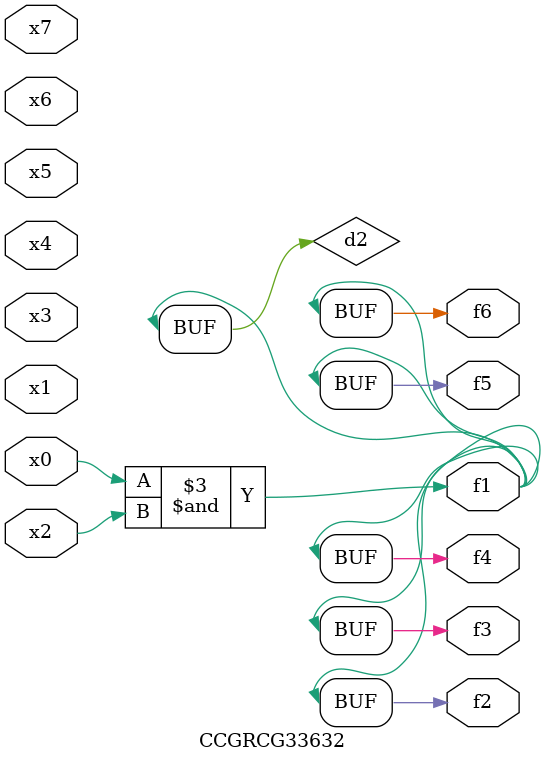
<source format=v>
module CCGRCG33632(
	input x0, x1, x2, x3, x4, x5, x6, x7,
	output f1, f2, f3, f4, f5, f6
);

	wire d1, d2;

	nor (d1, x3, x6);
	and (d2, x0, x2);
	assign f1 = d2;
	assign f2 = d2;
	assign f3 = d2;
	assign f4 = d2;
	assign f5 = d2;
	assign f6 = d2;
endmodule

</source>
